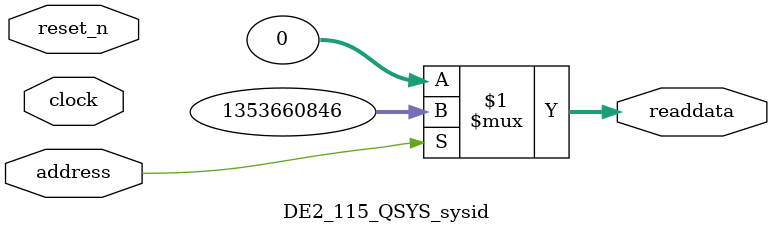
<source format=v>

`timescale 1ns / 1ps
// synthesis translate_on

// turn off superfluous verilog processor warnings 
// altera message_level Level1 
// altera message_off 10034 10035 10036 10037 10230 10240 10030 

module DE2_115_QSYS_sysid (
               // inputs:
                address,
                clock,
                reset_n,

               // outputs:
                readdata
             )
;

  output  [ 31: 0] readdata;
  input            address;
  input            clock;
  input            reset_n;

  wire    [ 31: 0] readdata;
  //control_slave, which is an e_avalon_slave
  assign readdata = address ? 1353660846 : 0;

endmodule




</source>
